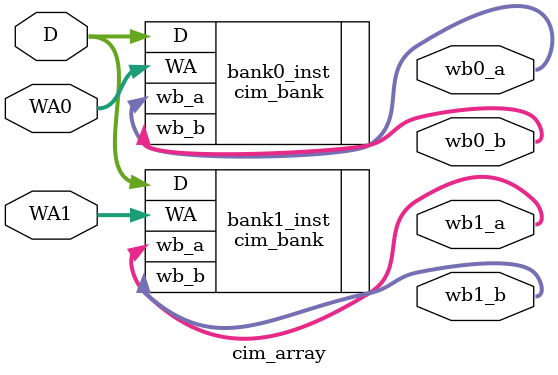
<source format=v>
module cim_array(
    input [23:0] D,           // 写入数据
    input [7:0] WA0, WA1,     // 写地址
    output [95:0] wb0_a, wb0_b,       // bank0权重输出
    output [95:0] wb1_a, wb1_b        // bank1权重输出
);

    // 实例化两个cim_bank
    cim_bank bank0_inst(
        .D(D),
        .WA(WA0),
        .wb_a(wb0_a),
        .wb_b(wb0_b)
    );

    cim_bank bank1_inst(
        .D(D),
        .WA(WA1),
        .wb_a(wb1_a),
        .wb_b(wb1_b)
    );

endmodule
</source>
